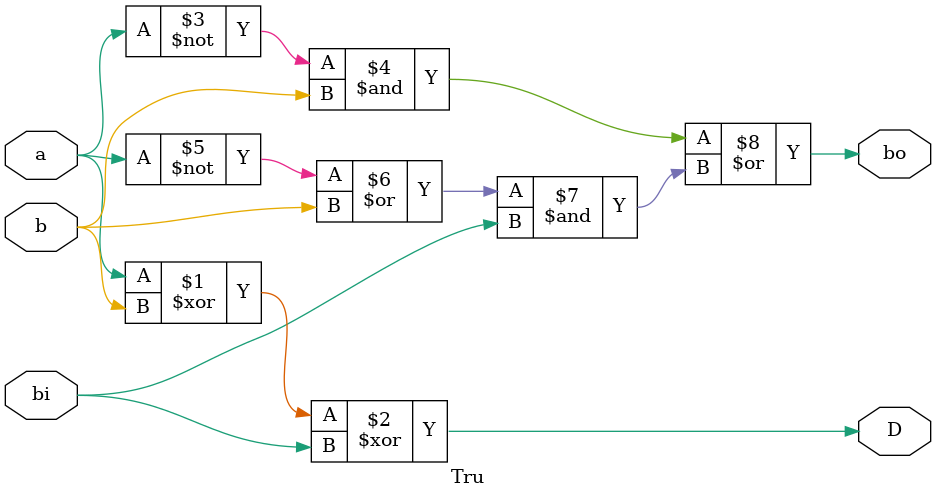
<source format=v>
`timescale 1ns / 1ps


module Tru(
input wire a,b,bi,
output wire D,bo);
assign D=a^b^bi;
assign bo=~a&b | ((~a | b)&bi);
endmodule

</source>
